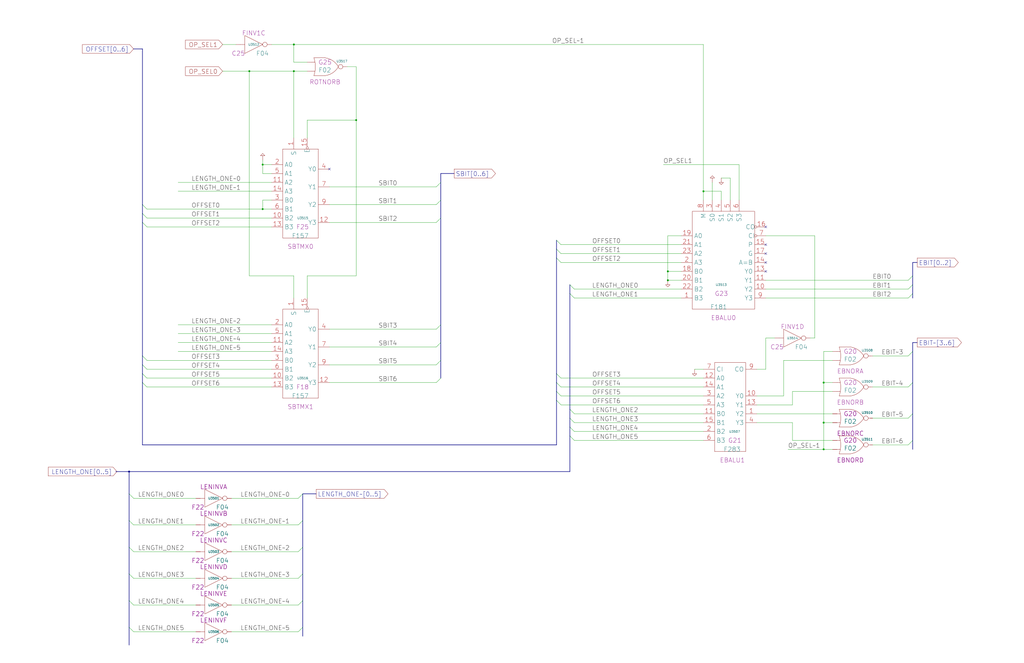
<source format=kicad_sch>
(kicad_sch (version 20220126) (generator eeschema)
  (paper "User" 584.2 378.46)
  (title_block (title "FIU STARTBIT AND CMDBIT") (date "20-MAR-90") (rev "1.0") (comment 1 "FIU") (comment 2 "232-003065") (comment 3 "S400") (comment 4 "RELEASED"))
  (lib_symbols
    (symbol "r1000:F02" (pin_numbers hide) (pin_names hide)
      (property "Reference" "U" (at 12.16 0.635 0))
      (property "Value" "F02" (at -1.27 -4.445 0))
      (property "Location" "___" (at 2.54 0 0))
      (property "Name" "______" (at 2.54 -12.7 0))
      (symbol "F02_0_1"
        (arc (start -3.81 -7.62) (mid -2.9847 -2.54) (end -3.81 2.54) (stroke (width 0.1524)))
        (polyline (pts (xy -5.08 -5.08) (xy -3.175 -5.08)) (stroke (width 0.1524)))
        (polyline (pts (xy -5.08 0) (xy -3.175 0)) (stroke (width 0.1524)))
        (polyline (pts (xy -3.81 -7.62) (xy 2.54 -7.62)) (stroke (width 0.1524)))
        (polyline (pts (xy -3.81 2.54) (xy 2.54 2.54)) (stroke (width 0.1524)))
        (polyline (pts (xy 13.97 -2.54) (xy 12.7 -2.54)) (stroke (width 0.1524)))
        (arc (start 2.54 -7.62) (mid 6.9515 -5.9823) (end 10.16 -2.54) (stroke (width 0.1524)))
        (arc (start 10.16 -2.54) (mid 6.9478 0.8966) (end 2.54 2.54) (stroke (width 0.1524)))
        (circle (center 11.43 -2.54) (radius 1.27) (stroke (width 0.1524)))
      )
      (symbol "F02_0_2"
        (circle (center -3.81 -5.08) (radius 1.27) (stroke (width 0.1524)))
        (circle (center -3.81 0) (radius 1.27) (stroke (width 0.1524)))
        (polyline (pts (xy -2.54 -7.62) (xy 5.08 -7.62)) (stroke (width 0.1524)))
        (polyline (pts (xy -2.54 2.54) (xy -2.54 -7.62)) (stroke (width 0.1524)))
        (polyline (pts (xy -2.54 2.54) (xy 5.08 2.54)) (stroke (width 0.1524)))
        (polyline (pts (xy 11.43 -2.54) (xy 10.16 -2.54)) (stroke (width 0.1524)))
        (polyline (pts (xy 11.43 -2.54) (xy 12.7 -2.54)) (stroke (width 0.1524)))
        (arc (start 5.08 -7.62) (mid 10.1282 -2.54) (end 5.08 2.54) (stroke (width 0.1524)))
      )
      (symbol "F02_1_1"
        (pin input line (at -7.62 0 0) (length 2.54) (name "D0") (number "1"))
        (pin input line (at -7.62 -5.08 0) (length 2.54) (name "D1") (number "2"))
        (pin output line (at 15.24 -2.54 180) (length 1.27) (name "Q") (number "3"))
      )
      (symbol "F02_1_2"
        (pin input line (at -7.62 0 0) (length 2.54) (name "D0") (number "1"))
        (pin input line (at -7.62 -5.08 0) (length 2.54) (name "D1") (number "2"))
        (pin output line (at 15.24 -2.54 180) (length 2.54) (name "Q") (number "3"))
      )
    )
    (symbol "r1000:F04" (pin_numbers hide) (pin_names hide)
      (property "Reference" "U" (at 0 0 0))
      (property "Value" "F04" (at 1.27 -5.08 0))
      (property "Location" "___" (at -12.7 -5.08 0))
      (property "Name" "______" (at 0 5.08 0))
      (symbol "F04_0_1"
        (polyline (pts (xy -7.62 0) (xy -5.08 0)) (stroke (width 0.1524)))
        (polyline (pts (xy -5.08 5.08) (xy -5.08 -5.08)) (stroke (width 0.1524)))
        (polyline (pts (xy 5.08 0) (xy -5.08 -5.08)) (stroke (width 0.1524)))
        (polyline (pts (xy 5.08 0) (xy -5.08 5.08)) (stroke (width 0.1524)))
        (circle (center 6.35 0) (radius 1.27) (stroke (width 0.1524)))
      )
      (symbol "F04_1_1"
        (pin input line (at -10.16 0 0) (length 2.54) (name "D0") (number "1"))
        (pin output line (at 10.16 0 180) (length 2.54) (name "Q") (number "2"))
      )
    )
    (symbol "r1000:F157" (pin_names (offset 1.016))
      (property "Reference" "U" (at 2.54 5.08 0))
      (property "Value" "F157" (at -3.81 -5.08 0))
      (property "Location" "___" (at -1.27 0 0))
      (property "Name" "______" (at 1.27 -12.7 0))
      (symbol "F157_1_1"
        (rectangle (start -8.89 44.45) (end 11.43 -6.35))
        (circle (center 5.08 45.085) (radius 0.635))
        (pin input line (at -2.54 50.8 270) (length 6.35) (name "S") (number "1"))
        (pin input line (at -15.24 5.08 0) (length 6.35) (name "B2") (number "10"))
        (pin input line (at -15.24 25.4 0) (length 6.35) (name "A2") (number "11"))
        (pin output line (at 17.78 2.54 180) (length 6.35) (name "Y3") (number "12"))
        (pin input line (at -15.24 0 0) (length 6.35) (name "B3") (number "13"))
        (pin input line (at -15.24 20.32 0) (length 6.35) (name "A3") (number "14"))
        (pin input line (at 5.08 50.8 270) (length 5.08) (name "E") (number "15"))
        (pin input line (at -15.24 35.56 0) (length 6.35) (name "A0") (number "2"))
        (pin input line (at -15.24 15.24 0) (length 6.35) (name "B0") (number "3"))
        (pin output line (at 17.78 33.02 180) (length 6.35) (name "Y0") (number "4"))
        (pin input line (at -15.24 30.48 0) (length 6.35) (name "A1") (number "5"))
        (pin input line (at -15.24 10.16 0) (length 6.35) (name "B1") (number "6"))
        (pin output line (at 17.78 22.86 180) (length 6.35) (name "Y1") (number "7"))
        (pin output line (at 17.78 12.7 180) (length 6.35) (name "Y2") (number "9"))
      )
    )
    (symbol "r1000:F181" (pin_names (offset 1.016))
      (property "Reference" "U" (at 2.54 5.08 0))
      (property "Value" "F181" (at -3.81 -7.62 0))
      (property "Location" "___" (at -1.27 0 0))
      (property "Name" "______" (at 3.81 -15.24 0))
      (symbol "F181_1_1"
        (rectangle (start -13.97 46.99) (end 21.59 -8.89))
        (circle (center 22.225 33.02) (radius 0.635))
        (circle (center 22.225 38.1) (radius 0.635))
        (pin input line (at -20.32 -2.54 0) (length 6.35) (name "B3") (number "1"))
        (pin output line (at 27.94 2.54 180) (length 6.35) (name "Y2") (number "10"))
        (pin output line (at 27.94 7.62 180) (length 6.35) (name "Y1") (number "11"))
        (pin output line (at 27.94 12.7 180) (length 6.35) (name "Y0") (number "13"))
        (pin open_collector line (at 27.94 17.78 180) (length 6.35) (name "A=B") (number "14"))
        (pin output line (at 27.94 27.94 180) (length 6.35) (name "P") (number "15"))
        (pin output line (at 27.94 38.1 180) (length 5.08) (name "CO") (number "16"))
        (pin output line (at 27.94 22.86 180) (length 6.35) (name "G") (number "17"))
        (pin input line (at -20.32 12.7 0) (length 6.35) (name "B0") (number "18"))
        (pin input line (at -20.32 33.02 0) (length 6.35) (name "A0") (number "19"))
        (pin input line (at -20.32 17.78 0) (length 6.35) (name "A3") (number "2"))
        (pin input line (at -20.32 7.62 0) (length 6.35) (name "B1") (number "20"))
        (pin input line (at -20.32 27.94 0) (length 6.35) (name "A1") (number "21"))
        (pin input line (at -20.32 2.54 0) (length 6.35) (name "B2") (number "22"))
        (pin input line (at -20.32 22.86 0) (length 6.35) (name "A2") (number "23"))
        (pin input line (at -2.54 53.34 270) (length 6.35) (name "S0") (number "3"))
        (pin input line (at 2.54 53.34 270) (length 6.35) (name "S1") (number "4"))
        (pin input line (at 7.62 53.34 270) (length 6.35) (name "S2") (number "5"))
        (pin input line (at 12.7 53.34 270) (length 6.35) (name "S3") (number "6"))
        (pin input line (at 27.94 33.02 180) (length 5.08) (name "CI") (number "7"))
        (pin input line (at -7.62 53.34 270) (length 6.35) (name "M") (number "8"))
        (pin output line (at 27.94 -2.54 180) (length 6.35) (name "Y3") (number "9"))
      )
    )
    (symbol "r1000:F283" (pin_names (offset 1.016))
      (property "Reference" "U" (at 2.54 5.08 0))
      (property "Value" "F283" (at -3.81 -5.08 0))
      (property "Location" "___" (at -1.27 0 0))
      (property "Name" "______" (at 1.27 -12.7 0))
      (symbol "F283_1_1"
        (rectangle (start -8.89 44.45) (end 8.89 -6.35))
        (pin output line (at 15.24 15.24 180) (length 6.35) (name "Y2") (number "1"))
        (pin output line (at 15.24 25.4 180) (length 6.35) (name "Y0") (number "10"))
        (pin input line (at -15.24 15.24 0) (length 6.35) (name "B0") (number "11"))
        (pin input line (at -15.24 35.56 0) (length 6.35) (name "A0") (number "12"))
        (pin output line (at 15.24 20.32 180) (length 6.35) (name "Y1") (number "13"))
        (pin input line (at -15.24 30.48 0) (length 6.35) (name "A1") (number "14"))
        (pin input line (at -15.24 10.16 0) (length 6.35) (name "B1") (number "15"))
        (pin input line (at -15.24 5.08 0) (length 6.35) (name "B2") (number "2"))
        (pin input line (at -15.24 25.4 0) (length 6.35) (name "A2") (number "3"))
        (pin output line (at 15.24 10.16 180) (length 6.35) (name "Y3") (number "4"))
        (pin input line (at -15.24 20.32 0) (length 6.35) (name "A3") (number "5"))
        (pin input line (at -15.24 0 0) (length 6.35) (name "B3") (number "6"))
        (pin input line (at -15.24 40.64 0) (length 6.35) (name "CI") (number "7"))
        (pin output line (at 15.24 40.64 180) (length 6.35) (name "CO") (number "9"))
      )
    )
    (symbol "r1000:PD" (power) (pin_numbers hide) (pin_names hide) (in_bom no)
      (symbol "PD_0_1"
        (polyline (pts (xy 0 -2.54) (xy 1.27 -2.54) (xy 0 -3.81) (xy -1.27 -2.54) (xy 0 -2.54)) (stroke (width 0.1524)))
      )
      (symbol "PD_1_1"
        (pin power_in line (at 0 0 270) (length 2.54) (name "PD") (number "1"))
      )
    )
    (symbol "r1000:PU" (power) (pin_numbers hide) (pin_names hide)
      (symbol "PU_0_1"
        (polyline (pts (xy 0 2.54) (xy -1.27 2.54) (xy 0 3.81) (xy 1.27 2.54) (xy 0 2.54)) (stroke (width 0.1524)))
      )
      (symbol "PU_1_1"
        (pin power_in line (at 0 0 90) (length 2.54) (name "PU") (number "1"))
      )
    )
  )
  (bus (pts (xy 172.72 281.94) (xy 172.72 297.18)))
  (bus (pts (xy 172.72 281.94) (xy 180.34 281.94)))
  (bus (pts (xy 172.72 297.18) (xy 172.72 312.42)))
  (bus (pts (xy 172.72 312.42) (xy 172.72 327.66)))
  (bus (pts (xy 172.72 327.66) (xy 172.72 342.9)))
  (bus (pts (xy 172.72 342.9) (xy 172.72 358.14)))
  (bus (pts (xy 172.72 358.14) (xy 172.72 363.22)))
  (bus (pts (xy 251.46 114.3) (xy 251.46 104.14)))
  (bus (pts (xy 251.46 114.3) (xy 251.46 124.46)))
  (bus (pts (xy 251.46 124.46) (xy 251.46 185.42)))
  (bus (pts (xy 251.46 185.42) (xy 251.46 195.58)))
  (bus (pts (xy 251.46 195.58) (xy 251.46 205.74)))
  (bus (pts (xy 251.46 205.74) (xy 251.46 215.9)))
  (bus (pts (xy 251.46 99.06) (xy 251.46 104.14)))
  (bus (pts (xy 251.46 99.06) (xy 259.08 99.06)))
  (bus (pts (xy 317.5 137.16) (xy 317.5 142.24)))
  (bus (pts (xy 317.5 142.24) (xy 317.5 147.32)))
  (bus (pts (xy 317.5 147.32) (xy 317.5 213.36)))
  (bus (pts (xy 317.5 213.36) (xy 317.5 218.44)))
  (bus (pts (xy 317.5 218.44) (xy 317.5 223.52)))
  (bus (pts (xy 317.5 223.52) (xy 317.5 228.6)))
  (bus (pts (xy 317.5 228.6) (xy 317.5 254)))
  (bus (pts (xy 317.5 254) (xy 81.28 254)))
  (bus (pts (xy 325.12 162.56) (xy 325.12 167.64)))
  (bus (pts (xy 325.12 167.64) (xy 325.12 233.68)))
  (bus (pts (xy 325.12 233.68) (xy 325.12 238.76)))
  (bus (pts (xy 325.12 238.76) (xy 325.12 243.84)))
  (bus (pts (xy 325.12 243.84) (xy 325.12 248.92)))
  (bus (pts (xy 325.12 248.92) (xy 325.12 269.24)))
  (bus (pts (xy 520.7 149.86) (xy 520.7 157.48)))
  (bus (pts (xy 520.7 149.86) (xy 523.24 149.86)))
  (bus (pts (xy 520.7 157.48) (xy 520.7 162.56)))
  (bus (pts (xy 520.7 162.56) (xy 520.7 167.64)))
  (bus (pts (xy 520.7 167.64) (xy 520.7 170.18)))
  (bus (pts (xy 520.7 195.58) (xy 520.7 200.66)))
  (bus (pts (xy 520.7 195.58) (xy 523.24 195.58)))
  (bus (pts (xy 520.7 200.66) (xy 520.7 218.44)))
  (bus (pts (xy 520.7 218.44) (xy 520.7 236.22)))
  (bus (pts (xy 520.7 236.22) (xy 520.7 251.46)))
  (bus (pts (xy 520.7 251.46) (xy 520.7 256.54)))
  (bus (pts (xy 66.04 269.24) (xy 73.66 269.24)))
  (bus (pts (xy 73.66 269.24) (xy 325.12 269.24)))
  (bus (pts (xy 73.66 269.24) (xy 73.66 281.94)))
  (bus (pts (xy 73.66 281.94) (xy 73.66 297.18)))
  (bus (pts (xy 73.66 297.18) (xy 73.66 312.42)))
  (bus (pts (xy 73.66 312.42) (xy 73.66 327.66)))
  (bus (pts (xy 73.66 327.66) (xy 73.66 342.9)))
  (bus (pts (xy 73.66 342.9) (xy 73.66 358.14)))
  (bus (pts (xy 73.66 358.14) (xy 73.66 368.3)))
  (bus (pts (xy 76.2 27.94) (xy 81.28 27.94)))
  (bus (pts (xy 81.28 116.84) (xy 81.28 121.92)))
  (bus (pts (xy 81.28 121.92) (xy 81.28 127)))
  (bus (pts (xy 81.28 127) (xy 81.28 203.2)))
  (bus (pts (xy 81.28 203.2) (xy 81.28 208.28)))
  (bus (pts (xy 81.28 208.28) (xy 81.28 213.36)))
  (bus (pts (xy 81.28 213.36) (xy 81.28 218.44)))
  (bus (pts (xy 81.28 218.44) (xy 81.28 254)))
  (bus (pts (xy 81.28 27.94) (xy 81.28 116.84)))
  (wire (pts (xy 101.6 104.14) (xy 154.94 104.14)))
  (wire (pts (xy 101.6 109.22) (xy 154.94 109.22)))
  (wire (pts (xy 101.6 185.42) (xy 154.94 185.42)))
  (wire (pts (xy 101.6 190.5) (xy 154.94 190.5)))
  (wire (pts (xy 101.6 195.58) (xy 154.94 195.58)))
  (wire (pts (xy 101.6 200.66) (xy 154.94 200.66)))
  (wire (pts (xy 127 25.4) (xy 134.62 25.4)))
  (wire (pts (xy 127 40.64) (xy 142.24 40.64)))
  (wire (pts (xy 132.08 284.48) (xy 170.18 284.48)))
  (wire (pts (xy 132.08 299.72) (xy 170.18 299.72)))
  (wire (pts (xy 132.08 314.96) (xy 170.18 314.96)))
  (wire (pts (xy 132.08 330.2) (xy 170.18 330.2)))
  (wire (pts (xy 132.08 345.44) (xy 170.18 345.44)))
  (wire (pts (xy 132.08 360.68) (xy 170.18 360.68)))
  (wire (pts (xy 142.24 157.48) (xy 142.24 40.64)))
  (wire (pts (xy 149.86 114.3) (xy 149.86 119.38)))
  (wire (pts (xy 149.86 119.38) (xy 154.94 119.38)))
  (wire (pts (xy 149.86 93.98) (xy 149.86 91.44)))
  (wire (pts (xy 149.86 93.98) (xy 154.94 93.98)))
  (wire (pts (xy 149.86 99.06) (xy 149.86 93.98)))
  (wire (pts (xy 154.94 114.3) (xy 149.86 114.3)))
  (wire (pts (xy 154.94 25.4) (xy 167.64 25.4)))
  (wire (pts (xy 154.94 99.06) (xy 149.86 99.06)))
  (wire (pts (xy 167.64 157.48) (xy 142.24 157.48)))
  (wire (pts (xy 167.64 170.18) (xy 167.64 157.48)))
  (wire (pts (xy 167.64 25.4) (xy 401.32 25.4)))
  (wire (pts (xy 167.64 35.56) (xy 167.64 25.4)))
  (wire (pts (xy 167.64 40.64) (xy 142.24 40.64)))
  (wire (pts (xy 167.64 40.64) (xy 175.26 40.64)))
  (wire (pts (xy 167.64 78.74) (xy 167.64 40.64)))
  (wire (pts (xy 175.26 157.48) (xy 203.2 157.48)))
  (wire (pts (xy 175.26 170.18) (xy 175.26 157.48)))
  (wire (pts (xy 175.26 35.56) (xy 167.64 35.56)))
  (wire (pts (xy 175.26 68.58) (xy 175.26 78.74)))
  (wire (pts (xy 187.96 106.68) (xy 248.92 106.68)))
  (wire (pts (xy 187.96 116.84) (xy 248.92 116.84)))
  (wire (pts (xy 187.96 127) (xy 248.92 127)))
  (wire (pts (xy 187.96 187.96) (xy 248.92 187.96)))
  (wire (pts (xy 187.96 198.12) (xy 248.92 198.12)))
  (wire (pts (xy 187.96 208.28) (xy 248.92 208.28)))
  (wire (pts (xy 187.96 218.44) (xy 248.92 218.44)))
  (wire (pts (xy 198.12 38.1) (xy 203.2 38.1)))
  (wire (pts (xy 203.2 38.1) (xy 203.2 68.58)))
  (wire (pts (xy 203.2 68.58) (xy 175.26 68.58)))
  (wire (pts (xy 203.2 68.58) (xy 203.2 157.48)))
  (wire (pts (xy 320.04 139.7) (xy 388.62 139.7)))
  (wire (pts (xy 320.04 144.78) (xy 388.62 144.78)))
  (wire (pts (xy 320.04 149.86) (xy 388.62 149.86)))
  (wire (pts (xy 320.04 215.9) (xy 401.32 215.9)))
  (wire (pts (xy 320.04 220.98) (xy 401.32 220.98)))
  (wire (pts (xy 320.04 226.06) (xy 401.32 226.06)))
  (wire (pts (xy 320.04 231.14) (xy 401.32 231.14)))
  (wire (pts (xy 327.66 165.1) (xy 388.62 165.1)))
  (wire (pts (xy 327.66 170.18) (xy 388.62 170.18)))
  (wire (pts (xy 327.66 236.22) (xy 401.32 236.22)))
  (wire (pts (xy 327.66 241.3) (xy 401.32 241.3)))
  (wire (pts (xy 327.66 246.38) (xy 401.32 246.38)))
  (wire (pts (xy 327.66 251.46) (xy 401.32 251.46)))
  (wire (pts (xy 378.46 93.98) (xy 421.64 93.98)))
  (wire (pts (xy 381 134.62) (xy 381 154.94)))
  (wire (pts (xy 381 154.94) (xy 381 160.02)))
  (wire (pts (xy 381 154.94) (xy 388.62 154.94)))
  (wire (pts (xy 381 160.02) (xy 388.62 160.02)))
  (wire (pts (xy 388.62 134.62) (xy 381 134.62)))
  (wire (pts (xy 396.24 210.82) (xy 401.32 210.82)))
  (wire (pts (xy 401.32 109.22) (xy 401.32 25.4)))
  (wire (pts (xy 401.32 114.3) (xy 401.32 109.22)))
  (wire (pts (xy 406.4 104.14) (xy 406.4 114.3)))
  (wire (pts (xy 411.48 101.6) (xy 416.56 101.6)))
  (wire (pts (xy 411.48 109.22) (xy 401.32 109.22)))
  (wire (pts (xy 411.48 114.3) (xy 411.48 109.22)))
  (wire (pts (xy 416.56 114.3) (xy 416.56 101.6)))
  (wire (pts (xy 421.64 114.3) (xy 421.64 93.98)))
  (wire (pts (xy 431.8 210.82) (xy 436.88 210.82)))
  (wire (pts (xy 431.8 226.06) (xy 447.04 226.06)))
  (wire (pts (xy 431.8 231.14) (xy 452.12 231.14)))
  (wire (pts (xy 431.8 236.22) (xy 474.98 236.22)))
  (wire (pts (xy 431.8 241.3) (xy 452.12 241.3)))
  (wire (pts (xy 436.88 134.62) (xy 464.82 134.62)))
  (wire (pts (xy 436.88 160.02) (xy 518.16 160.02)))
  (wire (pts (xy 436.88 165.1) (xy 518.16 165.1)))
  (wire (pts (xy 436.88 170.18) (xy 518.16 170.18)))
  (wire (pts (xy 436.88 193.04) (xy 441.96 193.04)))
  (wire (pts (xy 436.88 210.82) (xy 436.88 193.04)))
  (wire (pts (xy 447.04 205.74) (xy 474.98 205.74)))
  (wire (pts (xy 447.04 226.06) (xy 447.04 205.74)))
  (wire (pts (xy 449.58 256.54) (xy 469.9 256.54)))
  (wire (pts (xy 452.12 223.52) (xy 474.98 223.52)))
  (wire (pts (xy 452.12 231.14) (xy 452.12 223.52)))
  (wire (pts (xy 452.12 241.3) (xy 452.12 251.46)))
  (wire (pts (xy 452.12 251.46) (xy 474.98 251.46)))
  (wire (pts (xy 464.82 134.62) (xy 464.82 193.04)))
  (wire (pts (xy 464.82 193.04) (xy 462.28 193.04)))
  (wire (pts (xy 469.9 200.66) (xy 469.9 218.44)))
  (wire (pts (xy 469.9 218.44) (xy 469.9 241.3)))
  (wire (pts (xy 469.9 218.44) (xy 474.98 218.44)))
  (wire (pts (xy 469.9 241.3) (xy 469.9 256.54)))
  (wire (pts (xy 469.9 241.3) (xy 474.98 241.3)))
  (wire (pts (xy 469.9 256.54) (xy 474.98 256.54)))
  (wire (pts (xy 474.98 200.66) (xy 469.9 200.66)))
  (wire (pts (xy 497.84 203.2) (xy 518.16 203.2)))
  (wire (pts (xy 497.84 220.98) (xy 518.16 220.98)))
  (wire (pts (xy 497.84 238.76) (xy 518.16 238.76)))
  (wire (pts (xy 497.84 254) (xy 518.16 254)))
  (wire (pts (xy 76.2 284.48) (xy 111.76 284.48)))
  (wire (pts (xy 76.2 299.72) (xy 111.76 299.72)))
  (wire (pts (xy 76.2 314.96) (xy 111.76 314.96)))
  (wire (pts (xy 76.2 330.2) (xy 111.76 330.2)))
  (wire (pts (xy 76.2 345.44) (xy 111.76 345.44)))
  (wire (pts (xy 76.2 360.68) (xy 111.76 360.68)))
  (wire (pts (xy 83.82 119.38) (xy 149.86 119.38)))
  (wire (pts (xy 83.82 124.46) (xy 154.94 124.46)))
  (wire (pts (xy 83.82 129.54) (xy 154.94 129.54)))
  (wire (pts (xy 83.82 205.74) (xy 154.94 205.74)))
  (wire (pts (xy 83.82 210.82) (xy 154.94 210.82)))
  (wire (pts (xy 83.82 215.9) (xy 154.94 215.9)))
  (wire (pts (xy 83.82 220.98) (xy 154.94 220.98)))
  (global_label "LENGTH_ONE[0..5]" (shape input) (at 66.7144 269.24 180) (effects (font (size 2.54 2.54))) (property "Intersheet References" "${INTERSHEET_REFS}" (at 27.5379 269.0813 0) (effects (font (size 1.905 1.905)) (justify right))))
  (junction (at 73.66 269.24))
  (bus_entry (at 73.66 281.94) (size 2.54 2.54))
  (bus_entry (at 73.66 297.18) (size 2.54 2.54))
  (bus_entry (at 73.66 312.42) (size 2.54 2.54))
  (bus_entry (at 73.66 327.66) (size 2.54 2.54))
  (bus_entry (at 73.66 342.9) (size 2.54 2.54))
  (bus_entry (at 73.66 358.14) (size 2.54 2.54))
  (global_label "OFFSET[0..6]" (shape input) (at 76.2 27.94 180) (effects (font (size 2.54 2.54))) (property "Intersheet References" "${INTERSHEET_REFS}" (at 47.0626 27.7813 0) (effects (font (size 1.905 1.905)) (justify right))))
  (label "LENGTH_ONE0" (at 78.74 284.48 0) (effects (font (size 2.54 2.54))))
  (label "LENGTH_ONE1" (at 78.74 299.72 0) (effects (font (size 2.54 2.54))))
  (label "LENGTH_ONE2" (at 78.74 314.96 0) (effects (font (size 2.54 2.54))))
  (label "LENGTH_ONE3" (at 78.74 330.2 0) (effects (font (size 2.54 2.54))))
  (label "LENGTH_ONE4" (at 78.74 345.44 0) (effects (font (size 2.54 2.54))))
  (label "LENGTH_ONE5" (at 78.74 360.68 0) (effects (font (size 2.54 2.54))))
  (bus_entry (at 81.28 116.84) (size 2.54 2.54))
  (bus_entry (at 81.28 121.92) (size 2.54 2.54))
  (bus_entry (at 81.28 127) (size 2.54 2.54))
  (bus_entry (at 81.28 203.2) (size 2.54 2.54))
  (bus_entry (at 81.28 208.28) (size 2.54 2.54))
  (bus_entry (at 81.28 213.36) (size 2.54 2.54))
  (bus_entry (at 81.28 218.44) (size 2.54 2.54))
  (label "LENGTH_ONE~0" (at 109.22 104.14 0) (effects (font (size 2.54 2.54))))
  (label "LENGTH_ONE~1" (at 109.22 109.22 0) (effects (font (size 2.54 2.54))))
  (label "OFFSET0" (at 109.22 119.38 0) (effects (font (size 2.54 2.54))))
  (label "OFFSET1" (at 109.22 124.46 0) (effects (font (size 2.54 2.54))))
  (label "OFFSET2" (at 109.22 129.54 0) (effects (font (size 2.54 2.54))))
  (label "LENGTH_ONE~2" (at 109.22 185.42 0) (effects (font (size 2.54 2.54))))
  (label "LENGTH_ONE~3" (at 109.22 190.5 0) (effects (font (size 2.54 2.54))))
  (label "LENGTH_ONE~4" (at 109.22 195.58 0) (effects (font (size 2.54 2.54))))
  (label "LENGTH_ONE~5" (at 109.22 200.66 0) (effects (font (size 2.54 2.54))))
  (label "OFFSET3" (at 109.22 205.74 0) (effects (font (size 2.54 2.54))))
  (label "OFFSET4" (at 109.22 210.82 0) (effects (font (size 2.54 2.54))))
  (label "OFFSET5" (at 109.22 215.9 0) (effects (font (size 2.54 2.54))))
  (label "OFFSET6" (at 109.22 220.98 0) (effects (font (size 2.54 2.54))))
  (symbol (lib_id "r1000:F04") (at 121.92 284.48 0) (unit 1)
    (property "Reference" "U3501" (at 121.92 284.48 0))
    (property "Value" "F04" (at 123.19 289.56 0) (effects (font (size 2.54 2.54)) (justify left)))
    (property "Location" "F22" (at 109.22 289.56 0) (effects (font (size 2.54 2.54)) (justify left)))
    (property "Name" "LENINVA" (at 121.92 279.4 0) (effects (font (size 2.54 2.54)) (justify bottom)))
  )
  (symbol (lib_id "r1000:F04") (at 121.92 299.72 0) (unit 1)
    (property "Reference" "U3502" (at 121.92 299.72 0))
    (property "Value" "F04" (at 123.19 304.8 0) (effects (font (size 2.54 2.54)) (justify left)))
    (property "Location" "F22" (at 109.22 304.8 0) (effects (font (size 2.54 2.54)) (justify left)))
    (property "Name" "LENINVB" (at 121.92 294.64 0) (effects (font (size 2.54 2.54)) (justify bottom)))
  )
  (symbol (lib_id "r1000:F04") (at 121.92 314.96 0) (unit 1)
    (property "Reference" "U3503" (at 121.92 314.96 0))
    (property "Value" "F04" (at 123.19 320.04 0) (effects (font (size 2.54 2.54)) (justify left)))
    (property "Location" "F22" (at 109.22 320.04 0) (effects (font (size 2.54 2.54)) (justify left)))
    (property "Name" "LENINVC" (at 121.92 309.88 0) (effects (font (size 2.54 2.54)) (justify bottom)))
  )
  (symbol (lib_id "r1000:F04") (at 121.92 330.2 0) (unit 1)
    (property "Reference" "U3504" (at 121.92 330.2 0))
    (property "Value" "F04" (at 123.19 335.28 0) (effects (font (size 2.54 2.54)) (justify left)))
    (property "Location" "F22" (at 109.22 335.28 0) (effects (font (size 2.54 2.54)) (justify left)))
    (property "Name" "LENINVD" (at 121.92 325.12 0) (effects (font (size 2.54 2.54)) (justify bottom)))
  )
  (symbol (lib_id "r1000:F04") (at 121.92 345.44 0) (unit 1)
    (property "Reference" "U3505" (at 121.92 345.44 0))
    (property "Value" "F04" (at 123.19 350.52 0) (effects (font (size 2.54 2.54)) (justify left)))
    (property "Location" "F22" (at 109.22 350.52 0) (effects (font (size 2.54 2.54)) (justify left)))
    (property "Name" "LENINVE" (at 121.92 340.36 0) (effects (font (size 2.54 2.54)) (justify bottom)))
  )
  (symbol (lib_id "r1000:F04") (at 121.92 360.68 0) (unit 1)
    (property "Reference" "U3506" (at 121.92 360.68 0))
    (property "Value" "F04" (at 123.19 365.76 0) (effects (font (size 2.54 2.54)) (justify left)))
    (property "Location" "F22" (at 109.22 365.76 0) (effects (font (size 2.54 2.54)) (justify left)))
    (property "Name" "LENINVF" (at 121.92 355.6 0) (effects (font (size 2.54 2.54)) (justify bottom)))
  )
  (global_label "OP_SEL1" (shape input) (at 127 25.4 180) (effects (font (size 2.54 2.54))) (property "Intersheet References" "${INTERSHEET_REFS}" (at 105.8454 25.2413 0) (effects (font (size 1.905 1.905)) (justify right))))
  (global_label "OP_SEL0" (shape input) (at 127 40.64 180) (effects (font (size 2.54 2.54))) (property "Intersheet References" "${INTERSHEET_REFS}" (at 105.8454 40.4813 0) (effects (font (size 1.905 1.905)) (justify right))))
  (label "LENGTH_ONE~0" (at 137.16 284.48 0) (effects (font (size 2.54 2.54))))
  (label "LENGTH_ONE~1" (at 137.16 299.72 0) (effects (font (size 2.54 2.54))))
  (label "LENGTH_ONE~2" (at 137.16 314.96 0) (effects (font (size 2.54 2.54))))
  (label "LENGTH_ONE~3" (at 137.16 330.2 0) (effects (font (size 2.54 2.54))))
  (label "LENGTH_ONE~4" (at 137.16 345.44 0) (effects (font (size 2.54 2.54))))
  (label "LENGTH_ONE~5" (at 137.16 360.68 0) (effects (font (size 2.54 2.54))))
  (junction (at 142.24 40.64))
  (symbol (lib_id "r1000:F04") (at 144.78 25.4 0) (unit 1)
    (property "Reference" "U3512" (at 144.78 25.4 0))
    (property "Value" "F04" (at 146.05 30.48 0) (effects (font (size 2.54 2.54)) (justify left)))
    (property "Location" "C25" (at 132.08 30.48 0) (effects (font (size 2.54 2.54)) (justify left)))
    (property "Name" "FINV1C" (at 144.78 20.32 0) (effects (font (size 2.54 2.54)) (justify bottom)))
  )
  (symbol (lib_id "r1000:PU") (at 149.86 91.44 0) (unit 1)
    (property "Reference" "#PWR03505" (effects hide))
    (property "Value" "PU" (effects hide))
  )
  (junction (at 149.86 93.98))
  (junction (at 149.86 119.38))
  (junction (at 167.64 25.4))
  (junction (at 167.64 40.64))
  (symbol (lib_id "r1000:F157") (at 170.18 129.54 0) (unit 1)
    (property "Reference" "U3515" (at 172.72 124.46 0))
    (property "Value" "F157" (at 166.37 134.62 0) (effects (font (size 2.54 2.54)) (justify left)))
    (property "Location" "F25" (at 168.91 129.54 0) (effects (font (size 2.54 2.54)) (justify left)))
    (property "Name" "SBTMX0" (at 171.45 142.24 0) (effects (font (size 2.54 2.54)) (justify bottom)))
  )
  (symbol (lib_id "r1000:F157") (at 170.18 220.98 0) (unit 1)
    (property "Reference" "U3516" (at 172.72 215.9 0))
    (property "Value" "F157" (at 166.37 226.06 0) (effects (font (size 2.54 2.54)) (justify left)))
    (property "Location" "F18" (at 168.91 220.98 0) (effects (font (size 2.54 2.54)) (justify left)))
    (property "Name" "SBTMX1" (at 171.45 233.68 0) (effects (font (size 2.54 2.54)) (justify bottom)))
  )
  (bus_entry (at 172.72 281.94) (size -2.54 2.54))
  (bus_entry (at 172.72 297.18) (size -2.54 2.54))
  (bus_entry (at 172.72 312.42) (size -2.54 2.54))
  (bus_entry (at 172.72 327.66) (size -2.54 2.54))
  (bus_entry (at 172.72 342.9) (size -2.54 2.54))
  (bus_entry (at 172.72 358.14) (size -2.54 2.54))
  (global_label "LENGTH_ONE~[0..5]" (shape output) (at 180.34 281.94 0) (effects (font (size 2.54 2.54))) (property "Intersheet References" "${INTERSHEET_REFS}" (at 221.3308 281.7813 0) (effects (font (size 1.905 1.905)) (justify left))))
  (symbol (lib_id "r1000:F02") (at 182.88 35.56 0) (unit 1)
    (property "Reference" "U3517" (at 195.04 34.925 0))
    (property "Value" "F02" (at 181.61 40.005 0) (effects (font (size 2.54 2.54)) (justify left)))
    (property "Location" "G25" (at 185.42 35.56 0) (effects (font (size 2.54 2.54))))
    (property "Name" "ROTNORB" (at 185.42 48.26 0) (effects (font (size 2.54 2.54)) (justify bottom)))
  )
  (no_connect (at 187.96 96.52))
  (junction (at 203.2 68.58))
  (label "SBIT0" (at 215.9 106.68 0) (effects (font (size 2.54 2.54))))
  (label "SBIT1" (at 215.9 116.84 0) (effects (font (size 2.54 2.54))))
  (label "SBIT2" (at 215.9 127 0) (effects (font (size 2.54 2.54))))
  (label "SBIT3" (at 215.9 187.96 0) (effects (font (size 2.54 2.54))))
  (label "SBIT4" (at 215.9 198.12 0) (effects (font (size 2.54 2.54))))
  (label "SBIT5" (at 215.9 208.28 0) (effects (font (size 2.54 2.54))))
  (label "SBIT6" (at 215.9 218.44 0) (effects (font (size 2.54 2.54))))
  (bus_entry (at 251.46 104.14) (size -2.54 2.54))
  (bus_entry (at 251.46 114.3) (size -2.54 2.54))
  (bus_entry (at 251.46 124.46) (size -2.54 2.54))
  (bus_entry (at 251.46 185.42) (size -2.54 2.54))
  (bus_entry (at 251.46 195.58) (size -2.54 2.54))
  (bus_entry (at 251.46 205.74) (size -2.54 2.54))
  (bus_entry (at 251.46 215.9) (size -2.54 2.54))
  (global_label "SBIT[0..6]" (shape output) (at 259.08 99.06 0) (effects (font (size 2.54 2.54))) (property "Intersheet References" "${INTERSHEET_REFS}" (at 282.6536 98.9013 0) (effects (font (size 1.905 1.905)) (justify left))))
  (label "OP_SEL~1" (at 314.96 25.4 0) (effects (font (size 2.54 2.54))))
  (bus_entry (at 317.5 137.16) (size 2.54 2.54))
  (bus_entry (at 317.5 142.24) (size 2.54 2.54))
  (bus_entry (at 317.5 147.32) (size 2.54 2.54))
  (bus_entry (at 317.5 213.36) (size 2.54 2.54))
  (bus_entry (at 317.5 218.44) (size 2.54 2.54))
  (bus_entry (at 317.5 223.52) (size 2.54 2.54))
  (bus_entry (at 317.5 228.6) (size 2.54 2.54))
  (bus_entry (at 325.12 162.56) (size 2.54 2.54))
  (bus_entry (at 325.12 167.64) (size 2.54 2.54))
  (bus_entry (at 325.12 233.68) (size 2.54 2.54))
  (bus_entry (at 325.12 238.76) (size 2.54 2.54))
  (bus_entry (at 325.12 243.84) (size 2.54 2.54))
  (bus_entry (at 325.12 248.92) (size 2.54 2.54))
  (label "OFFSET0" (at 337.82 139.7 0) (effects (font (size 2.54 2.54))))
  (label "OFFSET1" (at 337.82 144.78 0) (effects (font (size 2.54 2.54))))
  (label "OFFSET2" (at 337.82 149.86 0) (effects (font (size 2.54 2.54))))
  (label "LENGTH_ONE0" (at 337.82 165.1 0) (effects (font (size 2.54 2.54))))
  (label "LENGTH_ONE1" (at 337.82 170.18 0) (effects (font (size 2.54 2.54))))
  (label "OFFSET3" (at 337.82 215.9 0) (effects (font (size 2.54 2.54))))
  (label "OFFSET4" (at 337.82 220.98 0) (effects (font (size 2.54 2.54))))
  (label "OFFSET5" (at 337.82 226.06 0) (effects (font (size 2.54 2.54))))
  (label "OFFSET6" (at 337.82 231.14 0) (effects (font (size 2.54 2.54))))
  (label "LENGTH_ONE2" (at 337.82 236.22 0) (effects (font (size 2.54 2.54))))
  (label "LENGTH_ONE3" (at 337.82 241.3 0) (effects (font (size 2.54 2.54))))
  (label "LENGTH_ONE4" (at 337.82 246.38 0) (effects (font (size 2.54 2.54))))
  (label "LENGTH_ONE5" (at 337.82 251.46 0) (effects (font (size 2.54 2.54))))
  (label "OP_SEL1" (at 378.46 93.98 0) (effects (font (size 2.54 2.54))))
  (junction (at 381 154.94))
  (junction (at 381 160.02))
  (symbol (lib_id "r1000:PD") (at 381 160.02 0) (unit 1) (in_bom no)
    (property "Reference" "#PWR03502" (effects hide))
    (property "Value" "PD" (effects hide))
  )
  (symbol (lib_id "r1000:PD") (at 396.24 210.82 0) (unit 1) (in_bom no)
    (property "Reference" "#PWR03501" (effects hide))
    (property "Value" "PD" (effects hide))
  )
  (junction (at 401.32 109.22))
  (symbol (lib_id "r1000:PU") (at 406.4 104.14 0) (unit 1)
    (property "Reference" "#PWR03503" (effects hide))
    (property "Value" "PU" (effects hide))
  )
  (symbol (lib_id "r1000:F181") (at 408.94 167.64 0) (unit 1)
    (property "Reference" "U3513" (at 411.48 162.56 0))
    (property "Value" "F181" (at 405.13 175.26 0) (effects (font (size 2.54 2.54)) (justify left)))
    (property "Location" "G23" (at 407.67 167.64 0) (effects (font (size 2.54 2.54)) (justify left)))
    (property "Name" "EBALU0" (at 412.75 182.88 0) (effects (font (size 2.54 2.54)) (justify bottom)))
  )
  (symbol (lib_id "r1000:PD") (at 411.48 101.6 0) (unit 1) (in_bom no)
    (property "Reference" "#PWR03504" (effects hide))
    (property "Value" "PD" (effects hide))
  )
  (symbol (lib_id "r1000:F283") (at 416.56 251.46 0) (unit 1)
    (property "Reference" "U3507" (at 419.1 246.38 0))
    (property "Value" "F283" (at 412.75 256.54 0) (effects (font (size 2.54 2.54)) (justify left)))
    (property "Location" "G21" (at 415.29 251.46 0) (effects (font (size 2.54 2.54)) (justify left)))
    (property "Name" "EBALU1" (at 417.83 264.16 0) (effects (font (size 2.54 2.54)) (justify bottom)))
  )
  (no_connect (at 436.88 129.54))
  (no_connect (at 436.88 139.7))
  (no_connect (at 436.88 144.78))
  (no_connect (at 436.88 149.86))
  (no_connect (at 436.88 154.94))
  (label "OP_SEL~1" (at 449.58 256.54 0) (effects (font (size 2.54 2.54))))
  (symbol (lib_id "r1000:F04") (at 452.12 193.04 0) (unit 1)
    (property "Reference" "U3514" (at 452.12 193.04 0))
    (property "Value" "F04" (at 453.39 198.12 0) (effects (font (size 2.54 2.54)) (justify left)))
    (property "Location" "C25" (at 439.42 198.12 0) (effects (font (size 2.54 2.54)) (justify left)))
    (property "Name" "FINV1D" (at 452.12 187.96 0) (effects (font (size 2.54 2.54)) (justify bottom)))
  )
  (junction (at 469.9 218.44))
  (junction (at 469.9 241.3))
  (junction (at 469.9 256.54))
  (symbol (lib_id "r1000:F02") (at 482.6 200.66 0) (unit 1)
    (property "Reference" "U3508" (at 494.76 200.025 0))
    (property "Value" "F02" (at 481.33 205.105 0) (effects (font (size 2.54 2.54)) (justify left)))
    (property "Location" "G20" (at 485.14 200.66 0) (effects (font (size 2.54 2.54))))
    (property "Name" "EBNORA" (at 485.14 213.36 0) (effects (font (size 2.54 2.54)) (justify bottom)))
  )
  (symbol (lib_id "r1000:F02") (at 482.6 218.44 0) (unit 1)
    (property "Reference" "U3509" (at 494.76 217.805 0))
    (property "Value" "F02" (at 481.33 222.885 0) (effects (font (size 2.54 2.54)) (justify left)))
    (property "Location" "G20" (at 485.14 218.44 0) (effects (font (size 2.54 2.54))))
    (property "Name" "EBNORB" (at 485.14 231.14 0) (effects (font (size 2.54 2.54)) (justify bottom)))
  )
  (symbol (lib_id "r1000:F02") (at 482.6 236.22 0) (unit 1)
    (property "Reference" "U3510" (at 494.76 235.585 0))
    (property "Value" "F02" (at 481.33 240.665 0) (effects (font (size 2.54 2.54)) (justify left)))
    (property "Location" "G20" (at 485.14 236.22 0) (effects (font (size 2.54 2.54))))
    (property "Name" "EBNORC" (at 485.14 248.92 0) (effects (font (size 2.54 2.54)) (justify bottom)))
  )
  (symbol (lib_id "r1000:F02") (at 482.6 251.46 0) (unit 1)
    (property "Reference" "U3511" (at 494.76 250.825 0))
    (property "Value" "F02" (at 481.33 255.905 0) (effects (font (size 2.54 2.54)) (justify left)))
    (property "Location" "G20" (at 485.14 251.46 0) (effects (font (size 2.54 2.54))))
    (property "Name" "EBNORD" (at 485.14 264.16 0) (effects (font (size 2.54 2.54)) (justify bottom)))
  )
  (label "EBIT0" (at 497.84 160.02 0) (effects (font (size 2.54 2.54))))
  (label "EBIT1" (at 497.84 165.1 0) (effects (font (size 2.54 2.54))))
  (label "EBIT2" (at 497.84 170.18 0) (effects (font (size 2.54 2.54))))
  (label "EBIT~3" (at 502.92 203.2 0) (effects (font (size 2.54 2.54))))
  (label "EBIT~4" (at 502.92 220.98 0) (effects (font (size 2.54 2.54))))
  (label "EBIT~5" (at 502.92 238.76 0) (effects (font (size 2.54 2.54))))
  (label "EBIT~6" (at 502.92 254 0) (effects (font (size 2.54 2.54))))
  (bus_entry (at 520.7 157.48) (size -2.54 2.54))
  (bus_entry (at 520.7 162.56) (size -2.54 2.54))
  (bus_entry (at 520.7 167.64) (size -2.54 2.54))
  (bus_entry (at 520.7 200.66) (size -2.54 2.54))
  (bus_entry (at 520.7 218.44) (size -2.54 2.54))
  (bus_entry (at 520.7 236.22) (size -2.54 2.54))
  (bus_entry (at 520.7 251.46) (size -2.54 2.54))
  (global_label "EBIT[0..2]" (shape output) (at 523.24 149.86 0) (effects (font (size 2.54 2.54))) (property "Intersheet References" "${INTERSHEET_REFS}" (at 546.6927 149.7013 0) (effects (font (size 1.905 1.905)) (justify left))))
  (global_label "EBIT~[3..6]" (shape output) (at 523.24 195.58 0) (effects (font (size 2.54 2.54))) (property "Intersheet References" "${INTERSHEET_REFS}" (at 548.507 195.4213 0) (effects (font (size 1.905 1.905)) (justify left))))
)
</source>
